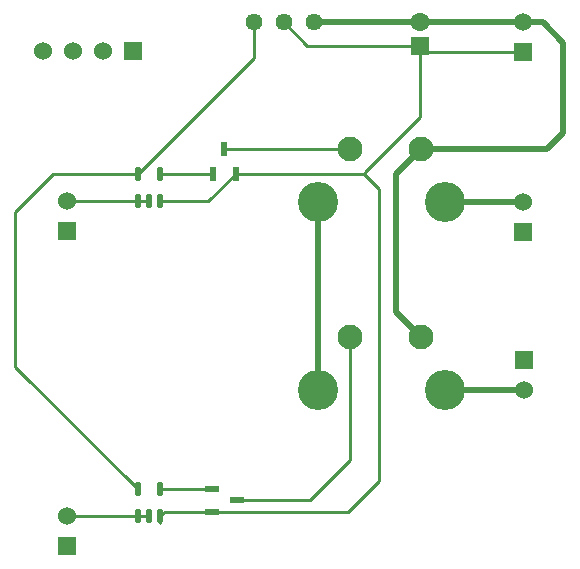
<source format=gbr>
%TF.GenerationSoftware,KiCad,Pcbnew,9.0.2*%
%TF.CreationDate,2025-09-01T16:12:15+02:00*%
%TF.ProjectId,remplacement,72656d70-6c61-4636-956d-656e742e6b69,rev?*%
%TF.SameCoordinates,Original*%
%TF.FileFunction,Copper,L1,Top*%
%TF.FilePolarity,Positive*%
%FSLAX46Y46*%
G04 Gerber Fmt 4.6, Leading zero omitted, Abs format (unit mm)*
G04 Created by KiCad (PCBNEW 9.0.2) date 2025-09-01 16:12:15*
%MOMM*%
%LPD*%
G01*
G04 APERTURE LIST*
G04 Aperture macros list*
%AMRoundRect*
0 Rectangle with rounded corners*
0 $1 Rounding radius*
0 $2 $3 $4 $5 $6 $7 $8 $9 X,Y pos of 4 corners*
0 Add a 4 corners polygon primitive as box body*
4,1,4,$2,$3,$4,$5,$6,$7,$8,$9,$2,$3,0*
0 Add four circle primitives for the rounded corners*
1,1,$1+$1,$2,$3*
1,1,$1+$1,$4,$5*
1,1,$1+$1,$6,$7*
1,1,$1+$1,$8,$9*
0 Add four rect primitives between the rounded corners*
20,1,$1+$1,$2,$3,$4,$5,0*
20,1,$1+$1,$4,$5,$6,$7,0*
20,1,$1+$1,$6,$7,$8,$9,0*
20,1,$1+$1,$8,$9,$2,$3,0*%
G04 Aperture macros list end*
%TA.AperFunction,SMDPad,CuDef*%
%ADD10RoundRect,0.122500X-0.122500X-0.457500X0.122500X-0.457500X0.122500X0.457500X-0.122500X0.457500X0*%
%TD*%
%TA.AperFunction,SMDPad,CuDef*%
%ADD11RoundRect,0.122500X-0.122500X-0.467500X0.122500X-0.467500X0.122500X0.467500X-0.122500X0.467500X0*%
%TD*%
%TA.AperFunction,SMDPad,CuDef*%
%ADD12R,0.600000X1.300000*%
%TD*%
%TA.AperFunction,ComponentPad*%
%ADD13C,2.100000*%
%TD*%
%TA.AperFunction,ComponentPad*%
%ADD14C,3.400000*%
%TD*%
%TA.AperFunction,ComponentPad*%
%ADD15C,1.530000*%
%TD*%
%TA.AperFunction,ComponentPad*%
%ADD16R,1.530000X1.530000*%
%TD*%
%TA.AperFunction,ComponentPad*%
%ADD17C,1.440000*%
%TD*%
%TA.AperFunction,SMDPad,CuDef*%
%ADD18R,1.300000X0.600000*%
%TD*%
%TA.AperFunction,ComponentPad*%
%ADD19RoundRect,0.250000X0.550000X-0.550000X0.550000X0.550000X-0.550000X0.550000X-0.550000X-0.550000X0*%
%TD*%
%TA.AperFunction,ComponentPad*%
%ADD20C,1.600000*%
%TD*%
%TA.AperFunction,Conductor*%
%ADD21C,0.250000*%
%TD*%
%TA.AperFunction,Conductor*%
%ADD22C,0.500000*%
%TD*%
G04 APERTURE END LIST*
D10*
%TO.P,U2,1*%
%TO.N,/Raw_IMD_OK*%
X162750000Y-113200000D03*
%TO.P,U2,2*%
X163700000Y-113200000D03*
%TO.P,U2,3,GND*%
%TO.N,GND*%
X164650000Y-113200000D03*
D11*
%TO.P,U2,4*%
%TO.N,/SC_Closed_IMD*%
X164650000Y-110900000D03*
%TO.P,U2,5,VCC*%
%TO.N,+5V*%
X162750000Y-110900000D03*
%TD*%
%TO.P,U3,5,VCC*%
%TO.N,+5V*%
X162750000Y-84200000D03*
%TO.P,U3,4*%
%TO.N,/SC_Closed_AMS*%
X164650000Y-84200000D03*
D10*
%TO.P,U3,3,GND*%
%TO.N,GND*%
X164650000Y-86500000D03*
%TO.P,U3,2*%
%TO.N,/Raw_AMS_OK*%
X163700000Y-86500000D03*
%TO.P,U3,1*%
X162750000Y-86500000D03*
%TD*%
D12*
%TO.P,Q6,3*%
%TO.N,Net-(K3-Pad1)*%
X170100000Y-82100000D03*
%TO.P,Q6,2*%
%TO.N,GND*%
X171050000Y-84200000D03*
%TO.P,Q6,1*%
%TO.N,/SC_Closed_AMS*%
X169150000Y-84200000D03*
%TD*%
D13*
%TO.P,K1,1*%
%TO.N,Net-(K1-Pad1)*%
X180750500Y-98008500D03*
D14*
%TO.P,K1,2*%
%TO.N,Net-(K1-Pad2)*%
X178050500Y-102508500D03*
%TO.P,K1,4*%
%TO.N,/SC in*%
X188750500Y-102508500D03*
D13*
%TO.P,K1,5*%
%TO.N,+12V*%
X186750500Y-98008500D03*
%TD*%
%TO.P,K3,1*%
%TO.N,Net-(K3-Pad1)*%
X180750500Y-82100000D03*
D14*
%TO.P,K3,2*%
%TO.N,Net-(K1-Pad2)*%
X178050500Y-86600000D03*
%TO.P,K3,4*%
%TO.N,/SC out*%
X188750500Y-86600000D03*
D13*
%TO.P,K3,5*%
%TO.N,+12V*%
X186750500Y-82100000D03*
%TD*%
D15*
%TO.P,J3,2,2*%
%TO.N,/SC out*%
X195350000Y-86600000D03*
D16*
%TO.P,J3,1,1*%
%TO.N,unconnected-(J3-Pad1)*%
X195350000Y-89140000D03*
%TD*%
D15*
%TO.P,J5,2,2*%
%TO.N,/Raw_AMS_OK*%
X156800000Y-86500000D03*
D16*
%TO.P,J5,1,1*%
%TO.N,unconnected-(J5-Pad1)*%
X156800000Y-89040000D03*
%TD*%
D17*
%TO.P,U1,3,+VOUT*%
%TO.N,+5V*%
X172574051Y-71381458D03*
%TO.P,U1,2,GND*%
%TO.N,GND*%
X175114051Y-71381458D03*
%TO.P,U1,1,+VIN*%
%TO.N,+12V*%
X177654051Y-71381458D03*
%TD*%
D15*
%TO.P,J1,2,2*%
%TO.N,+12V*%
X195350000Y-71381458D03*
D16*
%TO.P,J1,1,1*%
%TO.N,GND*%
X195350000Y-73921458D03*
%TD*%
D18*
%TO.P,Q5,1*%
%TO.N,/SC_Closed_IMD*%
X169050000Y-110900000D03*
%TO.P,Q5,2*%
%TO.N,GND*%
X169050000Y-112800000D03*
%TO.P,Q5,3*%
%TO.N,Net-(K1-Pad1)*%
X171150000Y-111850000D03*
%TD*%
D16*
%TO.P,J7,1,1*%
%TO.N,unconnected-(J7-Pad1)*%
X162404291Y-73775000D03*
D15*
%TO.P,J7,2,2*%
%TO.N,unconnected-(J7-Pad2)*%
X159864291Y-73775000D03*
%TO.P,J7,3,3*%
%TO.N,unconnected-(J7-Pad3)*%
X157324291Y-73775000D03*
%TO.P,J7,4,4*%
%TO.N,unconnected-(J7-Pad4)*%
X154784291Y-73775000D03*
%TD*%
D16*
%TO.P,J4,1,1*%
%TO.N,unconnected-(J4-Pad1)*%
X156800000Y-115740000D03*
D15*
%TO.P,J4,2,2*%
%TO.N,/Raw_IMD_OK*%
X156800000Y-113200000D03*
%TD*%
D16*
%TO.P,J2,1,1*%
%TO.N,unconnected-(J2-Pad1)*%
X195500000Y-99968500D03*
D15*
%TO.P,J2,2,2*%
%TO.N,/SC in*%
X195500000Y-102508500D03*
%TD*%
D19*
%TO.P,C1,1*%
%TO.N,GND*%
X186700000Y-73381458D03*
D20*
%TO.P,C1,2*%
%TO.N,+12V*%
X186700000Y-71381458D03*
%TD*%
D21*
%TO.N,GND*%
X164650000Y-113200000D02*
X164650000Y-113780000D01*
X165050000Y-112800000D02*
X164650000Y-113200000D01*
X169050000Y-112800000D02*
X165050000Y-112800000D01*
X183200000Y-85500000D02*
X183200000Y-110200000D01*
X181900000Y-84200000D02*
X183200000Y-85500000D01*
X183200000Y-110200000D02*
X183100000Y-110300000D01*
X180600000Y-112800000D02*
X169050000Y-112800000D01*
X183100000Y-110300000D02*
X180600000Y-112800000D01*
X182050000Y-84050000D02*
X181900000Y-84200000D01*
X164650000Y-86500000D02*
X164650000Y-86767670D01*
X171050000Y-84200000D02*
X168750000Y-86500000D01*
X168750000Y-86500000D02*
X164650000Y-86500000D01*
X186700000Y-79400000D02*
X182050000Y-84050000D01*
X181900000Y-84200000D02*
X171050000Y-84200000D01*
X186700000Y-73381458D02*
X186700000Y-79400000D01*
%TO.N,+5V*%
X172574051Y-71381458D02*
X172574051Y-74375949D01*
X172574051Y-74375949D02*
X162750000Y-84200000D01*
D22*
%TO.N,+12V*%
X197400000Y-82100000D02*
X186750500Y-82100000D01*
X198800000Y-73100000D02*
X198800000Y-80700000D01*
X197081458Y-71381458D02*
X198800000Y-73100000D01*
X198800000Y-80700000D02*
X197400000Y-82100000D01*
X195350000Y-71381458D02*
X197081458Y-71381458D01*
D21*
%TO.N,GND*%
X177114051Y-73381458D02*
X186700000Y-73381458D01*
X175114051Y-71381458D02*
X177114051Y-73381458D01*
X187240000Y-73921458D02*
X186700000Y-73381458D01*
X195350000Y-73921458D02*
X187240000Y-73921458D01*
D22*
%TO.N,+12V*%
X186700000Y-71381458D02*
X177654051Y-71381458D01*
X195350000Y-71381458D02*
X186700000Y-71381458D01*
D21*
%TO.N,Net-(K1-Pad1)*%
X180750500Y-108449500D02*
X180750500Y-98008500D01*
X177350000Y-111850000D02*
X180750500Y-108449500D01*
X171150000Y-111850000D02*
X177350000Y-111850000D01*
%TO.N,/SC_Closed_IMD*%
X164650000Y-110900000D02*
X169050000Y-110900000D01*
%TO.N,/Raw_IMD_OK*%
X162750000Y-113200000D02*
X163700000Y-113200000D01*
X156800000Y-113200000D02*
X162750000Y-113200000D01*
%TO.N,/Raw_AMS_OK*%
X162750000Y-86500000D02*
X163700000Y-86500000D01*
X156800000Y-86500000D02*
X162750000Y-86500000D01*
%TO.N,/SC_Closed_AMS*%
X164650000Y-84200000D02*
X169150000Y-84200000D01*
%TO.N,Net-(K3-Pad1)*%
X170100000Y-82100000D02*
X180750500Y-82100000D01*
D22*
%TO.N,+12V*%
X184600000Y-84250500D02*
X186750500Y-82100000D01*
X184600000Y-95858000D02*
X184600000Y-84250500D01*
X186750500Y-98008500D02*
X184600000Y-95858000D01*
%TO.N,/SC in*%
X195500000Y-102508500D02*
X188750500Y-102508500D01*
%TO.N,Net-(K1-Pad2)*%
X178050500Y-86600000D02*
X178050500Y-102508500D01*
%TO.N,/SC out*%
X188750500Y-86600000D02*
X195350000Y-86600000D01*
D21*
%TO.N,+5V*%
X152400000Y-100550000D02*
X162750000Y-110900000D01*
X152400000Y-87400000D02*
X152400000Y-100550000D01*
X155600000Y-84200000D02*
X152400000Y-87400000D01*
X162750000Y-84200000D02*
X155600000Y-84200000D01*
%TD*%
M02*

</source>
